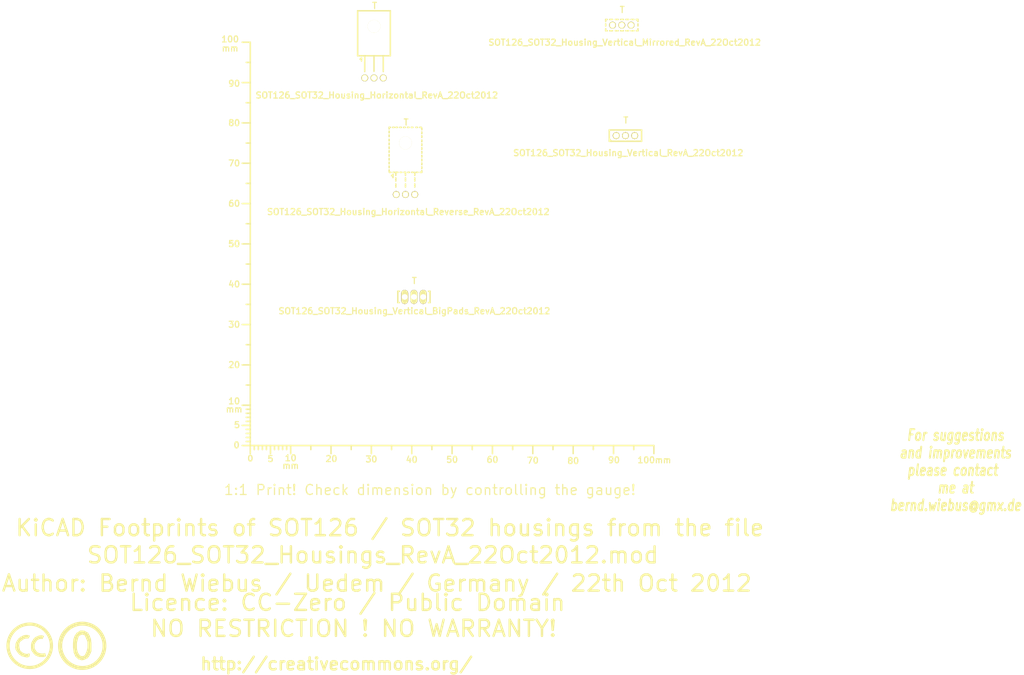
<source format=kicad_pcb>
(kicad_pcb (version 3) (host pcbnew "(2013-03-30 BZR 4007)-stable")

  (general
    (links 0)
    (no_connects 0)
    (area -18.90696 -26.19887 274.02378 181.34965)
    (thickness 1.6002)
    (drawings 7)
    (tracks 0)
    (zones 0)
    (modules 8)
    (nets 1)
  )

  (page A4)
  (layers
    (15 Vorderseite signal)
    (0 Rückseite signal)
    (16 B.Adhes user)
    (17 F.Adhes user)
    (18 B.Paste user)
    (19 F.Paste user)
    (20 B.SilkS user)
    (21 F.SilkS user)
    (22 B.Mask user)
    (23 F.Mask user)
    (24 Dwgs.User user)
    (25 Cmts.User user)
    (26 Eco1.User user)
    (27 Eco2.User user)
    (28 Edge.Cuts user)
  )

  (setup
    (last_trace_width 0.2032)
    (trace_clearance 0.254)
    (zone_clearance 0.508)
    (zone_45_only no)
    (trace_min 0.2032)
    (segment_width 0.381)
    (edge_width 0.381)
    (via_size 0.889)
    (via_drill 0.635)
    (via_min_size 0.889)
    (via_min_drill 0.508)
    (uvia_size 0.508)
    (uvia_drill 0.127)
    (uvias_allowed no)
    (uvia_min_size 0.508)
    (uvia_min_drill 0.127)
    (pcb_text_width 0.3048)
    (pcb_text_size 1.524 2.032)
    (mod_edge_width 0.381)
    (mod_text_size 1.524 1.524)
    (mod_text_width 0.3048)
    (pad_size 1.524 1.524)
    (pad_drill 0.8128)
    (pad_to_mask_clearance 0.254)
    (aux_axis_origin 0 0)
    (visible_elements 7FFFFFFF)
    (pcbplotparams
      (layerselection 3178497)
      (usegerberextensions true)
      (excludeedgelayer true)
      (linewidth 60)
      (plotframeref false)
      (viasonmask false)
      (mode 1)
      (useauxorigin false)
      (hpglpennumber 1)
      (hpglpenspeed 20)
      (hpglpendiameter 15)
      (hpglpenoverlay 0)
      (psnegative false)
      (psa4output false)
      (plotreference true)
      (plotvalue true)
      (plotothertext true)
      (plotinvisibletext false)
      (padsonsilk false)
      (subtractmaskfromsilk false)
      (outputformat 1)
      (mirror false)
      (drillshape 1)
      (scaleselection 1)
      (outputdirectory ""))
  )

  (net 0 "")

  (net_class Default "Dies ist die voreingestellte Netzklasse."
    (clearance 0.254)
    (trace_width 0.2032)
    (via_dia 0.889)
    (via_drill 0.635)
    (uvia_dia 0.508)
    (uvia_drill 0.127)
    (add_net "")
  )

  (module Gauge_100mm_Type2_SilkScreenTop_RevA_Date22Jun2010 (layer Vorderseite) (tedit 5085D0EE) (tstamp 4D88F07A)
    (at 82.64906 140.3477)
    (descr "Gauge, Massstab, 100mm, SilkScreenTop, Type 2,")
    (tags "Gauge, Massstab, 100mm, SilkScreenTop, Type 2,")
    (path Gauge_100mm_Type2_SilkScreenTop_RevA_Date22Jun2010)
    (fp_text reference MSC (at 4.0005 8.99922) (layer F.SilkS) hide
      (effects (font (size 1.524 1.524) (thickness 0.3048)))
    )
    (fp_text value Gauge_100mm_Type2_SilkScreenTop_RevA_Date22Jun2010 (at 45.9994 8.99922) (layer F.SilkS) hide
      (effects (font (size 1.524 1.524) (thickness 0.3048)))
    )
    (fp_text user mm (at 9.99998 5.00126) (layer F.SilkS)
      (effects (font (size 1.524 1.524) (thickness 0.3048)))
    )
    (fp_text user mm (at -4.0005 -8.99922) (layer F.SilkS)
      (effects (font (size 1.524 1.524) (thickness 0.3048)))
    )
    (fp_text user mm (at -5.00126 -98.5012) (layer F.SilkS)
      (effects (font (size 1.524 1.524) (thickness 0.3048)))
    )
    (fp_text user 10 (at 10.00506 3.0988) (layer F.SilkS)
      (effects (font (size 1.50114 1.50114) (thickness 0.29972)))
    )
    (fp_text user 0 (at 0.00508 3.19786) (layer F.SilkS)
      (effects (font (size 1.39954 1.50114) (thickness 0.29972)))
    )
    (fp_text user 5 (at 5.0038 3.29946) (layer F.SilkS)
      (effects (font (size 1.50114 1.50114) (thickness 0.29972)))
    )
    (fp_text user 20 (at 20.1041 3.29946) (layer F.SilkS)
      (effects (font (size 1.50114 1.50114) (thickness 0.29972)))
    )
    (fp_text user 30 (at 30.00502 3.39852) (layer F.SilkS)
      (effects (font (size 1.50114 1.50114) (thickness 0.29972)))
    )
    (fp_text user 40 (at 40.005 3.50012) (layer F.SilkS)
      (effects (font (size 1.50114 1.50114) (thickness 0.29972)))
    )
    (fp_text user 50 (at 50.00498 3.50012) (layer F.SilkS)
      (effects (font (size 1.50114 1.50114) (thickness 0.29972)))
    )
    (fp_text user 60 (at 60.00496 3.50012) (layer F.SilkS)
      (effects (font (size 1.50114 1.50114) (thickness 0.29972)))
    )
    (fp_text user 70 (at 70.00494 3.70078) (layer F.SilkS)
      (effects (font (size 1.50114 1.50114) (thickness 0.29972)))
    )
    (fp_text user 80 (at 80.00492 3.79984) (layer F.SilkS)
      (effects (font (size 1.50114 1.50114) (thickness 0.29972)))
    )
    (fp_text user 90 (at 90.1065 3.60172) (layer F.SilkS)
      (effects (font (size 1.50114 1.50114) (thickness 0.29972)))
    )
    (fp_text user 100mm (at 100.10648 3.60172) (layer F.SilkS)
      (effects (font (size 1.50114 1.50114) (thickness 0.29972)))
    )
    (fp_line (start 0 -8.99922) (end -1.00076 -8.99922) (layer F.SilkS) (width 0.381))
    (fp_line (start 0 -8.001) (end -1.00076 -8.001) (layer F.SilkS) (width 0.381))
    (fp_line (start 0 -7.00024) (end -1.00076 -7.00024) (layer F.SilkS) (width 0.381))
    (fp_line (start 0 -5.99948) (end -1.00076 -5.99948) (layer F.SilkS) (width 0.381))
    (fp_line (start 0 -4.0005) (end -1.00076 -4.0005) (layer F.SilkS) (width 0.381))
    (fp_line (start 0 -2.99974) (end -1.00076 -2.99974) (layer F.SilkS) (width 0.381))
    (fp_line (start 0 -1.99898) (end -1.00076 -1.99898) (layer F.SilkS) (width 0.381))
    (fp_line (start 0 -1.00076) (end -1.00076 -1.00076) (layer F.SilkS) (width 0.381))
    (fp_line (start 0 0) (end -1.99898 0) (layer F.SilkS) (width 0.381))
    (fp_line (start 0 -5.00126) (end -1.99898 -5.00126) (layer F.SilkS) (width 0.381))
    (fp_line (start 0 -9.99998) (end -1.99898 -9.99998) (layer F.SilkS) (width 0.381))
    (fp_line (start 0 -15.00124) (end -1.00076 -15.00124) (layer F.SilkS) (width 0.381))
    (fp_line (start 0 -19.99996) (end -1.99898 -19.99996) (layer F.SilkS) (width 0.381))
    (fp_line (start 0 -25.00122) (end -1.00076 -25.00122) (layer F.SilkS) (width 0.381))
    (fp_line (start 0 -29.99994) (end -1.99898 -29.99994) (layer F.SilkS) (width 0.381))
    (fp_line (start 0 -35.0012) (end -1.00076 -35.0012) (layer F.SilkS) (width 0.381))
    (fp_line (start 0 -39.99992) (end -1.99898 -39.99992) (layer F.SilkS) (width 0.381))
    (fp_line (start 0 -45.00118) (end -1.00076 -45.00118) (layer F.SilkS) (width 0.381))
    (fp_line (start 0 -49.9999) (end -1.99898 -49.9999) (layer F.SilkS) (width 0.381))
    (fp_line (start 0 -55.00116) (end -1.00076 -55.00116) (layer F.SilkS) (width 0.381))
    (fp_line (start 0 -59.99988) (end -1.99898 -59.99988) (layer F.SilkS) (width 0.381))
    (fp_line (start 0 -65.00114) (end -1.00076 -65.00114) (layer F.SilkS) (width 0.381))
    (fp_line (start 0 -69.99986) (end -1.99898 -69.99986) (layer F.SilkS) (width 0.381))
    (fp_line (start 0 -75.00112) (end -1.00076 -75.00112) (layer F.SilkS) (width 0.381))
    (fp_line (start 0 -79.99984) (end -1.99898 -79.99984) (layer F.SilkS) (width 0.381))
    (fp_line (start 0 -85.0011) (end -1.00076 -85.0011) (layer F.SilkS) (width 0.381))
    (fp_line (start 0 -89.99982) (end -1.99898 -89.99982) (layer F.SilkS) (width 0.381))
    (fp_line (start 0 -95.00108) (end -1.00076 -95.00108) (layer F.SilkS) (width 0.381))
    (fp_line (start 0 0) (end 0 -99.9998) (layer F.SilkS) (width 0.381))
    (fp_line (start 0 -99.9998) (end -1.99898 -99.9998) (layer F.SilkS) (width 0.381))
    (fp_text user 100 (at -4.99872 -100.7491) (layer F.SilkS)
      (effects (font (size 1.50114 1.50114) (thickness 0.29972)))
    )
    (fp_text user 90 (at -4.0005 -89.7509) (layer F.SilkS)
      (effects (font (size 1.50114 1.50114) (thickness 0.29972)))
    )
    (fp_text user 80 (at -4.0005 -79.99984) (layer F.SilkS)
      (effects (font (size 1.50114 1.50114) (thickness 0.29972)))
    )
    (fp_text user 70 (at -4.0005 -69.99986) (layer F.SilkS)
      (effects (font (size 1.50114 1.50114) (thickness 0.29972)))
    )
    (fp_text user 60 (at -4.0005 -59.99988) (layer F.SilkS)
      (effects (font (size 1.50114 1.50114) (thickness 0.29972)))
    )
    (fp_text user 50 (at -4.0005 -49.9999) (layer F.SilkS)
      (effects (font (size 1.50114 1.50114) (thickness 0.34036)))
    )
    (fp_text user 40 (at -4.0005 -39.99992) (layer F.SilkS)
      (effects (font (size 1.50114 1.50114) (thickness 0.29972)))
    )
    (fp_text user 30 (at -4.0005 -29.99994) (layer F.SilkS)
      (effects (font (size 1.50114 1.50114) (thickness 0.29972)))
    )
    (fp_text user 20 (at -4.0005 -19.99996) (layer F.SilkS)
      (effects (font (size 1.50114 1.50114) (thickness 0.29972)))
    )
    (fp_line (start 95.00108 0) (end 95.00108 1.00076) (layer F.SilkS) (width 0.381))
    (fp_line (start 89.99982 0) (end 89.99982 1.99898) (layer F.SilkS) (width 0.381))
    (fp_line (start 85.0011 0) (end 85.0011 1.00076) (layer F.SilkS) (width 0.381))
    (fp_line (start 79.99984 0) (end 79.99984 1.99898) (layer F.SilkS) (width 0.381))
    (fp_line (start 75.00112 0) (end 75.00112 1.00076) (layer F.SilkS) (width 0.381))
    (fp_line (start 69.99986 0) (end 69.99986 1.99898) (layer F.SilkS) (width 0.381))
    (fp_line (start 65.00114 0) (end 65.00114 1.00076) (layer F.SilkS) (width 0.381))
    (fp_line (start 59.99988 0) (end 59.99988 1.99898) (layer F.SilkS) (width 0.381))
    (fp_line (start 55.00116 0) (end 55.00116 1.00076) (layer F.SilkS) (width 0.381))
    (fp_line (start 49.9999 0) (end 49.9999 1.99898) (layer F.SilkS) (width 0.381))
    (fp_line (start 45.00118 0) (end 45.00118 1.00076) (layer F.SilkS) (width 0.381))
    (fp_line (start 39.99992 0) (end 39.99992 1.99898) (layer F.SilkS) (width 0.381))
    (fp_line (start 35.0012 0) (end 35.0012 1.00076) (layer F.SilkS) (width 0.381))
    (fp_line (start 29.99994 0) (end 29.99994 1.99898) (layer F.SilkS) (width 0.381))
    (fp_line (start 25.00122 0) (end 25.00122 1.00076) (layer F.SilkS) (width 0.381))
    (fp_line (start 19.99996 0) (end 19.99996 1.99898) (layer F.SilkS) (width 0.381))
    (fp_line (start 15.00124 0) (end 15.00124 1.00076) (layer F.SilkS) (width 0.381))
    (fp_line (start 9.99998 0) (end 99.9998 0) (layer F.SilkS) (width 0.381))
    (fp_line (start 99.9998 0) (end 99.9998 1.99898) (layer F.SilkS) (width 0.381))
    (fp_text user 5 (at -3.302 -5.10286) (layer F.SilkS)
      (effects (font (size 1.50114 1.50114) (thickness 0.29972)))
    )
    (fp_text user 0 (at -3.4036 -0.10414) (layer F.SilkS)
      (effects (font (size 1.50114 1.50114) (thickness 0.29972)))
    )
    (fp_text user 10 (at -4.0005 -11.00074) (layer F.SilkS)
      (effects (font (size 1.50114 1.50114) (thickness 0.29972)))
    )
    (fp_line (start 8.99922 0) (end 8.99922 1.00076) (layer F.SilkS) (width 0.381))
    (fp_line (start 8.001 0) (end 8.001 1.00076) (layer F.SilkS) (width 0.381))
    (fp_line (start 7.00024 0) (end 7.00024 1.00076) (layer F.SilkS) (width 0.381))
    (fp_line (start 5.99948 0) (end 5.99948 1.00076) (layer F.SilkS) (width 0.381))
    (fp_line (start 4.0005 0) (end 4.0005 1.00076) (layer F.SilkS) (width 0.381))
    (fp_line (start 2.99974 0) (end 2.99974 1.00076) (layer F.SilkS) (width 0.381))
    (fp_line (start 1.99898 0) (end 1.99898 1.00076) (layer F.SilkS) (width 0.381))
    (fp_line (start 1.00076 0) (end 1.00076 1.00076) (layer F.SilkS) (width 0.381))
    (fp_line (start 5.00126 0) (end 5.00126 1.99898) (layer F.SilkS) (width 0.381))
    (fp_line (start 0 0) (end 0 1.99898) (layer F.SilkS) (width 0.381))
    (fp_line (start 0 0) (end 9.99998 0) (layer F.SilkS) (width 0.381))
    (fp_line (start 9.99998 0) (end 9.99998 1.99898) (layer F.SilkS) (width 0.381))
  )

  (module SOT126_SOT32_Housing_Horizontal_RevA_22Oct2012 (layer Vorderseite) (tedit 5085CC11) (tstamp 5085CB5C)
    (at 113.29924 49.19726)
    (descr "SOT126, SOT32, Housing, Horizontal,")
    (tags "SOT126, SOT32, Housing, Horizontal,")
    (path SOT126_SOT32_Housing_Vertical_BigPads_RevA_22Oct2012)
    (fp_text reference T (at 0.14986 -17.89938) (layer F.SilkS)
      (effects (font (size 1.524 1.524) (thickness 0.3048)))
    )
    (fp_text value SOT126_SOT32_Housing_Horizontal_RevA_22Oct2012 (at 0.70104 4.30022) (layer F.SilkS)
      (effects (font (size 1.524 1.524) (thickness 0.3048)))
    )
    (fp_line (start -3.44932 -4.65074) (end -3.0988 -4.95046) (layer F.SilkS) (width 0.381))
    (fp_line (start -3.0988 -4.95046) (end -3.0988 -4.20116) (layer F.SilkS) (width 0.381))
    (fp_line (start -2.30124 -5.4991) (end -2.30124 -1.6002) (layer F.SilkS) (width 0.381))
    (fp_line (start 2.30124 -5.4991) (end 2.30124 -1.6002) (layer F.SilkS) (width 0.381))
    (fp_line (start 0 -5.4991) (end 0 -1.651) (layer F.SilkS) (width 0.381))
    (fp_line (start 4.04876 -5.4991) (end 4.04876 -16.6497) (layer F.SilkS) (width 0.381))
    (fp_line (start 4.04876 -16.6497) (end -4.04876 -16.6497) (layer F.SilkS) (width 0.381))
    (fp_line (start -4.04876 -16.6497) (end -4.04876 -5.4991) (layer F.SilkS) (width 0.381))
    (fp_line (start 4.04876 -5.4991) (end -4.04876 -5.4991) (layer F.SilkS) (width 0.381))
    (pad 2 thru_hole circle (at 0 0) (size 1.69926 1.69926) (drill 1.19888)
      (layers *.Cu *.Mask F.SilkS)
    )
    (pad 1 thru_hole circle (at -2.29108 0) (size 1.69926 1.69926) (drill 1.19888)
      (layers *.Cu *.Mask F.SilkS)
    )
    (pad 3 thru_hole circle (at 2.29108 0) (size 1.69926 1.69926) (drill 1.19888)
      (layers *.Cu *.Mask F.SilkS)
    )
    (pad "" np_thru_hole circle (at 0 -12.79906) (size 3.2004 3.2004) (drill 3.2004)
      (layers *.Cu *.Mask F.SilkS)
    )
    (model SOT126_SOT32_Housings_Wings3D_RevA_22Oct2012/SO126-SOT32_Horizontal_Housing_Faktor03937_15Oct2012.wrl
      (at (xyz 0 0 0))
      (scale (xyz 0.3937 0.3937 0.3937))
      (rotate (xyz 0 0 0))
    )
  )

  (module SOT126_SOT32_Housing_Horizontal_Reverse_RevA_22Oct2012 (layer Vorderseite) (tedit 5085CC04) (tstamp 5085CB64)
    (at 121.09958 78.09738)
    (descr "SOT126, SOT32, Housing, Horizontal, Reverse,")
    (tags "SOT126, SOT32, Housing, Horizontal, Reverse,")
    (path SOT126_SOT32_Housing_Vertical_BigPads_RevA_22Oct2012)
    (fp_text reference T (at 0.14986 -17.89938) (layer F.SilkS)
      (effects (font (size 1.524 1.524) (thickness 0.3048)))
    )
    (fp_text value SOT126_SOT32_Housing_Horizontal_Reverse_RevA_22Oct2012 (at 0.70104 4.30022) (layer F.SilkS)
      (effects (font (size 1.524 1.524) (thickness 0.3048)))
    )
    (fp_line (start -2.39776 -5.4991) (end -2.39776 -4.7498) (layer F.SilkS) (width 0.381))
    (fp_line (start -2.39776 -4.09956) (end -2.39776 -3.35026) (layer F.SilkS) (width 0.381))
    (fp_line (start -2.39776 -2.59842) (end -2.39776 -1.84912) (layer F.SilkS) (width 0.381))
    (fp_line (start 2.30124 -5.4991) (end 2.30124 -4.7498) (layer F.SilkS) (width 0.381))
    (fp_line (start 2.30124 -4.09956) (end 2.30124 -3.35026) (layer F.SilkS) (width 0.381))
    (fp_line (start 2.30124 -2.59842) (end 2.30124 -1.84912) (layer F.SilkS) (width 0.381))
    (fp_line (start 0 -2.59842) (end 0 -1.84912) (layer F.SilkS) (width 0.381))
    (fp_line (start 0 -4.09956) (end 0 -3.35026) (layer F.SilkS) (width 0.381))
    (fp_line (start 0 -5.4991) (end 0 -4.7498) (layer F.SilkS) (width 0.381))
    (fp_line (start -4.0513 -5.69976) (end -4.0513 -6.10108) (layer F.SilkS) (width 0.381))
    (fp_line (start -4.0513 -6.64972) (end -4.0513 -7.05104) (layer F.SilkS) (width 0.381))
    (fp_line (start -4.0513 -7.59968) (end -4.0513 -8.001) (layer F.SilkS) (width 0.381))
    (fp_line (start -4.0513 -9.4996) (end -4.0513 -9.90092) (layer F.SilkS) (width 0.381))
    (fp_line (start -4.0513 -8.54964) (end -4.0513 -8.95096) (layer F.SilkS) (width 0.381))
    (fp_line (start -4.0513 -12.34948) (end -4.0513 -12.7508) (layer F.SilkS) (width 0.381))
    (fp_line (start -4.0513 -13.29944) (end -4.0513 -13.70076) (layer F.SilkS) (width 0.381))
    (fp_line (start -4.0513 -11.39952) (end -4.0513 -11.80084) (layer F.SilkS) (width 0.381))
    (fp_line (start -4.0513 -10.44956) (end -4.0513 -10.85088) (layer F.SilkS) (width 0.381))
    (fp_line (start -4.0513 -14.34846) (end -4.0513 -14.74978) (layer F.SilkS) (width 0.381))
    (fp_line (start -4.0513 -15.29842) (end -4.0513 -15.69974) (layer F.SilkS) (width 0.381))
    (fp_line (start -4.0513 -16.24838) (end -4.0513 -16.6497) (layer F.SilkS) (width 0.381))
    (fp_line (start 3.60172 -16.64716) (end 3.55092 -16.64716) (layer F.SilkS) (width 0.381))
    (fp_line (start 3.9497 -16.64716) (end 3.60172 -16.64716) (layer F.SilkS) (width 0.381))
    (fp_line (start 2.99974 -16.64716) (end 2.65176 -16.64716) (layer F.SilkS) (width 0.381))
    (fp_line (start 2.65176 -16.64716) (end 2.60096 -16.64716) (layer F.SilkS) (width 0.381))
    (fp_line (start 1.50114 -16.64716) (end 1.45034 -16.64716) (layer F.SilkS) (width 0.381))
    (fp_line (start 1.84912 -16.64716) (end 1.50114 -16.64716) (layer F.SilkS) (width 0.381))
    (fp_line (start 0.89916 -16.64716) (end 0.55118 -16.64716) (layer F.SilkS) (width 0.381))
    (fp_line (start 0.55118 -16.64716) (end 0.50038 -16.64716) (layer F.SilkS) (width 0.381))
    (fp_line (start -0.39878 -16.64716) (end -0.44958 -16.64716) (layer F.SilkS) (width 0.381))
    (fp_line (start -0.0508 -16.64716) (end -0.39878 -16.64716) (layer F.SilkS) (width 0.381))
    (fp_line (start -1.34874 -16.64716) (end -1.39954 -16.64716) (layer F.SilkS) (width 0.381))
    (fp_line (start -1.00076 -16.64716) (end -1.34874 -16.64716) (layer F.SilkS) (width 0.381))
    (fp_line (start -1.95072 -16.64716) (end -2.2987 -16.64716) (layer F.SilkS) (width 0.381))
    (fp_line (start -2.2987 -16.64716) (end -2.3495 -16.64716) (layer F.SilkS) (width 0.381))
    (fp_line (start -2.75082 -16.64716) (end -3.0988 -16.64716) (layer F.SilkS) (width 0.381))
    (fp_line (start -3.0988 -16.64716) (end -3.1496 -16.64716) (layer F.SilkS) (width 0.381))
    (fp_line (start -3.70078 -16.64716) (end -4.04876 -16.64716) (layer F.SilkS) (width 0.381))
    (fp_line (start 4.04876 -16.04772) (end 4.04876 -16.44904) (layer F.SilkS) (width 0.381))
    (fp_line (start 4.04876 -15.09776) (end 4.04876 -15.49908) (layer F.SilkS) (width 0.381))
    (fp_line (start 4.04876 -14.1478) (end 4.04876 -14.54912) (layer F.SilkS) (width 0.381))
    (fp_line (start 4.04876 -10.2489) (end 4.04876 -10.65022) (layer F.SilkS) (width 0.381))
    (fp_line (start 4.04876 -11.19886) (end 4.04876 -11.60018) (layer F.SilkS) (width 0.381))
    (fp_line (start 4.04876 -13.09878) (end 4.04876 -13.5001) (layer F.SilkS) (width 0.381))
    (fp_line (start 4.04876 -12.14882) (end 4.04876 -12.55014) (layer F.SilkS) (width 0.381))
    (fp_line (start 4.04876 -8.34898) (end 4.04876 -8.7503) (layer F.SilkS) (width 0.381))
    (fp_line (start 4.04876 -9.29894) (end 4.04876 -9.70026) (layer F.SilkS) (width 0.381))
    (fp_line (start 4.04876 -7.39902) (end 4.04876 -7.80034) (layer F.SilkS) (width 0.381))
    (fp_line (start 4.04876 -6.44906) (end 4.04876 -6.85038) (layer F.SilkS) (width 0.381))
    (fp_line (start 4.04876 -5.4991) (end 4.04876 -5.90042) (layer F.SilkS) (width 0.381))
    (fp_line (start -3.9497 -5.4991) (end -4.0005 -5.4991) (layer F.SilkS) (width 0.381))
    (fp_line (start -3.60172 -5.4991) (end -3.9497 -5.4991) (layer F.SilkS) (width 0.381))
    (fp_line (start -2.99974 -5.4991) (end -3.05054 -5.4991) (layer F.SilkS) (width 0.381))
    (fp_line (start -2.65176 -5.4991) (end -2.99974 -5.4991) (layer F.SilkS) (width 0.381))
    (fp_line (start -2.19964 -5.4991) (end -2.25044 -5.4991) (layer F.SilkS) (width 0.381))
    (fp_line (start -1.85166 -5.4991) (end -2.19964 -5.4991) (layer F.SilkS) (width 0.381))
    (fp_line (start -0.9017 -5.4991) (end -1.24968 -5.4991) (layer F.SilkS) (width 0.381))
    (fp_line (start -1.24968 -5.4991) (end -1.30048 -5.4991) (layer F.SilkS) (width 0.381))
    (fp_line (start 0.04826 -5.4991) (end -0.29972 -5.4991) (layer F.SilkS) (width 0.381))
    (fp_line (start -0.29972 -5.4991) (end -0.35052 -5.4991) (layer F.SilkS) (width 0.381))
    (fp_line (start 0.65024 -5.4991) (end 0.59944 -5.4991) (layer F.SilkS) (width 0.381))
    (fp_line (start 0.99822 -5.4991) (end 0.65024 -5.4991) (layer F.SilkS) (width 0.381))
    (fp_line (start 1.94818 -5.4991) (end 1.6002 -5.4991) (layer F.SilkS) (width 0.381))
    (fp_line (start 1.6002 -5.4991) (end 1.5494 -5.4991) (layer F.SilkS) (width 0.381))
    (fp_line (start 2.75082 -5.4991) (end 2.70002 -5.4991) (layer F.SilkS) (width 0.381))
    (fp_line (start 3.0988 -5.4991) (end 2.75082 -5.4991) (layer F.SilkS) (width 0.381))
    (fp_line (start 4.04876 -5.4991) (end 3.70078 -5.4991) (layer F.SilkS) (width 0.381))
    (fp_line (start 3.70078 -5.4991) (end 3.64998 -5.4991) (layer F.SilkS) (width 0.381))
    (fp_line (start -3.44932 -4.65074) (end -3.0988 -4.95046) (layer F.SilkS) (width 0.381))
    (fp_line (start -3.0988 -4.95046) (end -3.0988 -4.20116) (layer F.SilkS) (width 0.381))
    (pad 2 thru_hole circle (at 0 0) (size 1.69926 1.69926) (drill 1.19888)
      (layers *.Cu *.Mask F.SilkS)
    )
    (pad 1 thru_hole circle (at -2.29108 0) (size 1.69926 1.69926) (drill 1.19888)
      (layers *.Cu *.Mask F.SilkS)
    )
    (pad 3 thru_hole circle (at 2.29108 0) (size 1.69926 1.69926) (drill 1.19888)
      (layers *.Cu *.Mask F.SilkS)
    )
    (pad "" np_thru_hole circle (at 0 -12.79906) (size 3.2004 3.2004) (drill 3.2004)
      (layers *.Cu *.Mask F.SilkS)
    )
    (model SOT126_SOT32_Housings_Wings3D_RevA_22Oct2012/SO126-SOT32_Horizontal_Housing_Reverse_Faktor03937_15Oct2012.wrl
      (at (xyz 0 0 0))
      (scale (xyz 0.3937 0.3937 0.3937))
      (rotate (xyz 0 0 0))
    )
  )

  (module SOT126_SOT32_Housing_Vertical_BigPads_RevA_22Oct2012 (layer Vorderseite) (tedit 5085CBF7) (tstamp 5085CB74)
    (at 123.19762 103.49738)
    (descr "SOT126, SOT32, Housing, Vertical, Big Pads,")
    (tags "SOT126, SOT32, Housing, Vertical, Big Pads,")
    (path SOT126_SOT32_Housing_Vertical_BigPads_RevA_22Oct2012)
    (fp_text reference T (at 0.09906 -4.0005) (layer F.SilkS)
      (effects (font (size 1.524 1.524) (thickness 0.3048)))
    )
    (fp_text value SOT126_SOT32_Housing_Vertical_BigPads_RevA_22Oct2012 (at 0.09906 3.50012) (layer F.SilkS)
      (effects (font (size 1.524 1.524) (thickness 0.3048)))
    )
    (fp_line (start -4.0005 -1.39954) (end -3.59918 -1.39954) (layer F.SilkS) (width 0.381))
    (fp_line (start -4.0005 -1.39954) (end -4.0005 1.39954) (layer F.SilkS) (width 0.381))
    (fp_line (start -4.0005 1.39954) (end -3.59918 1.39954) (layer F.SilkS) (width 0.381))
    (fp_line (start 4.0005 -1.39954) (end 3.59918 -1.39954) (layer F.SilkS) (width 0.381))
    (fp_line (start 4.0005 -1.39954) (end 4.0005 1.39954) (layer F.SilkS) (width 0.381))
    (fp_line (start 4.0005 1.39954) (end 3.59918 1.39954) (layer F.SilkS) (width 0.381))
    (pad 2 thru_hole oval (at 0 0) (size 1.69926 3.50012) (drill 1.39954)
      (layers *.Cu *.Mask F.SilkS)
    )
    (pad 1 thru_hole oval (at -2.29108 0) (size 1.69926 3.50012) (drill 1.39954)
      (layers *.Cu *.Mask F.SilkS)
    )
    (pad 3 thru_hole oval (at 2.29108 0) (size 1.69926 3.50012) (drill 1.39954)
      (layers *.Cu *.Mask F.SilkS)
    )
    (model SOT126_SOT32_Housings_Wings3D_RevA_22Oct2012/SO126-SOT32_Vertical_Housing_Faktor03937_15Oct2012.wrl
      (at (xyz 0 0 0))
      (scale (xyz 0.3937 0.3937 0.3937))
      (rotate (xyz 0 0 0))
    )
  )

  (module SOT126_SOT32_Housing_Vertical_Mirrored_RevA_22Oct2012 (layer Vorderseite) (tedit 5085CBA3) (tstamp 5085CB7D)
    (at 174.69866 36.09848)
    (descr "SOT126, SOT32, Housing, Vertical, Mirrored,")
    (tags "SOT126, SOT32, Housing, Vertical, Mirrored,")
    (path SOT126_SOT32_Housing_Vertical_BigPads_RevA_22Oct2012)
    (fp_text reference T (at 0.09906 -3.79984) (layer F.SilkS)
      (effects (font (size 1.524 1.524) (thickness 0.3048)))
    )
    (fp_text value SOT126_SOT32_Housing_Vertical_Mirrored_RevA_22Oct2012 (at 0.70104 4.30022) (layer F.SilkS)
      (effects (font (size 1.524 1.524) (thickness 0.3048)))
    )
    (fp_line (start 3.59918 -1.39954) (end 4.0005 -1.00076) (layer F.SilkS) (width 0.381))
    (fp_line (start -3.99796 -1.39954) (end -3.99796 -0.89916) (layer F.SilkS) (width 0.381))
    (fp_line (start -3.99796 1.39954) (end -3.99796 0.89916) (layer F.SilkS) (width 0.381))
    (fp_line (start -3.99796 -0.29972) (end -3.99796 0.20066) (layer F.SilkS) (width 0.381))
    (fp_line (start 4.0005 -0.29972) (end 4.0005 0.20066) (layer F.SilkS) (width 0.381))
    (fp_line (start 4.0005 1.39954) (end 4.0005 0.89916) (layer F.SilkS) (width 0.381))
    (fp_line (start 4.0005 -1.39954) (end 4.0005 -0.89916) (layer F.SilkS) (width 0.381))
    (fp_line (start -2.99974 1.39954) (end -2.30124 1.39954) (layer F.SilkS) (width 0.381))
    (fp_line (start 2.99974 1.39954) (end 2.30124 1.39954) (layer F.SilkS) (width 0.381))
    (fp_line (start 1.7018 1.39954) (end 1.0033 1.39954) (layer F.SilkS) (width 0.381))
    (fp_line (start 0.40132 1.39954) (end -0.29718 1.39954) (layer F.SilkS) (width 0.381))
    (fp_line (start -0.89916 1.39954) (end -1.59766 1.39954) (layer F.SilkS) (width 0.381))
    (fp_line (start -0.89916 -1.39954) (end -1.59766 -1.39954) (layer F.SilkS) (width 0.381))
    (fp_line (start 0.40132 -1.39954) (end -0.29718 -1.39954) (layer F.SilkS) (width 0.381))
    (fp_line (start 1.7018 -1.39954) (end 1.0033 -1.39954) (layer F.SilkS) (width 0.381))
    (fp_line (start 2.99974 -1.39954) (end 2.30124 -1.39954) (layer F.SilkS) (width 0.381))
    (fp_line (start -2.99974 -1.39954) (end -2.30124 -1.39954) (layer F.SilkS) (width 0.381))
    (fp_line (start -4.0005 -1.39954) (end -3.59918 -1.39954) (layer F.SilkS) (width 0.381))
    (fp_line (start -4.0005 1.39954) (end -3.59918 1.39954) (layer F.SilkS) (width 0.381))
    (fp_line (start 4.0005 -1.39954) (end 3.59918 -1.39954) (layer F.SilkS) (width 0.381))
    (fp_line (start 4.0005 1.39954) (end 3.59918 1.39954) (layer F.SilkS) (width 0.381))
    (pad 2 thru_hole circle (at 0 0) (size 1.69926 1.69926) (drill 1.19888)
      (layers *.Cu *.Mask F.SilkS)
    )
    (pad 3 thru_hole circle (at -2.29108 0) (size 1.69926 1.69926) (drill 1.19888)
      (layers *.Cu *.Mask F.SilkS)
    )
    (pad 1 thru_hole circle (at 2.29108 0) (size 1.69926 1.69926) (drill 1.19888)
      (layers *.Cu *.Mask F.SilkS)
    )
    (model SOT126_SOT32_Housings_Wings3D_RevA_22Oct2012/SO126-SOT32_Vertical_Housing_Mirrored_Faktor03937_15Oct2012.wrl
      (at (xyz 0 0 0))
      (scale (xyz 0.3937 0.3937 0.3937))
      (rotate (xyz 0 0 0))
    )
  )

  (module SOT126_SOT32_Housing_Vertical_RevA_22Oct2012 (layer Vorderseite) (tedit 5085CBE2) (tstamp 5085CB85)
    (at 175.59782 63.49746)
    (descr "SOT126, SOT32, Housing, Vertical,")
    (tags "SOT126, SOT32, Housing, Vertical,")
    (path SOT126_SOT32_Housing_Vertical_BigPads_RevA_22Oct2012)
    (fp_text reference T (at 0.09906 -3.79984) (layer F.SilkS)
      (effects (font (size 1.524 1.524) (thickness 0.3048)))
    )
    (fp_text value SOT126_SOT32_Housing_Vertical_RevA_22Oct2012 (at 0.70104 4.30022) (layer F.SilkS)
      (effects (font (size 1.524 1.524) (thickness 0.3048)))
    )
    (fp_line (start -4.0005 0.8001) (end -3.50012 1.39954) (layer F.SilkS) (width 0.381))
    (fp_line (start -4.0005 1.39954) (end 4.0005 1.39954) (layer F.SilkS) (width 0.381))
    (fp_line (start -4.0005 -1.39954) (end 4.0005 -1.39954) (layer F.SilkS) (width 0.381))
    (fp_line (start -4.0005 -1.39954) (end -4.0005 1.39954) (layer F.SilkS) (width 0.381))
    (fp_line (start 4.0005 -1.39954) (end 4.0005 1.39954) (layer F.SilkS) (width 0.381))
    (pad 2 thru_hole circle (at 0 0) (size 1.69926 1.69926) (drill 1.19888)
      (layers *.Cu *.Mask F.SilkS)
    )
    (pad 1 thru_hole circle (at -2.29108 0) (size 1.69926 1.69926) (drill 1.19888)
      (layers *.Cu *.Mask F.SilkS)
    )
    (pad 3 thru_hole circle (at 2.29108 0) (size 1.69926 1.69926) (drill 1.19888)
      (layers *.Cu *.Mask F.SilkS)
    )
    (model SOT126_SOT32_Housings_Wings3D_RevA_22Oct2012/SO126-SOT32_Vertical_Housing_Faktor03937_15Oct2012.wrl
      (at (xyz 0 0 0))
      (scale (xyz 0.3937 0.3937 0.3937))
      (rotate (xyz 0 0 0))
    )
  )

  (module Symbol_CC-PublicDomain_SilkScreenTop_Big (layer Vorderseite) (tedit 515D641F) (tstamp 515F0B64)
    (at 41 190)
    (descr "Symbol, CC-PublicDomain, SilkScreen Top, Big,")
    (tags "Symbol, CC-PublicDomain, SilkScreen Top, Big,")
    (path Symbol_CC-Noncommercial_CopperTop_Big)
    (fp_text reference Sym (at 0.59944 -7.29996) (layer F.SilkS) hide
      (effects (font (size 1.524 1.524) (thickness 0.3048)))
    )
    (fp_text value Symbol_CC-PublicDomain_SilkScreenTop_Big (at 0.59944 8.001) (layer F.SilkS) hide
      (effects (font (size 1.524 1.524) (thickness 0.3048)))
    )
    (fp_circle (center 0 0) (end 5.8 -0.05) (layer F.SilkS) (width 0.381))
    (fp_circle (center 0 0) (end 5.5 0) (layer F.SilkS) (width 0.381))
    (fp_circle (center 0.05 0) (end 5.25 0) (layer F.SilkS) (width 0.381))
    (fp_line (start 1.1 -2.5) (end 1.4 -1.9) (layer F.SilkS) (width 0.381))
    (fp_line (start -1.8 1.2) (end -1.6 1.9) (layer F.SilkS) (width 0.381))
    (fp_line (start -1.6 1.9) (end -1.2 2.5) (layer F.SilkS) (width 0.381))
    (fp_line (start 0 -3) (end 0.75 -2.75) (layer F.SilkS) (width 0.381))
    (fp_line (start 0.75 -2.75) (end 1 -2.25) (layer F.SilkS) (width 0.381))
    (fp_line (start 1 -2.25) (end 1.5 -1) (layer F.SilkS) (width 0.381))
    (fp_line (start 1.5 -1) (end 1.5 -0.5) (layer F.SilkS) (width 0.381))
    (fp_line (start 1.5 -0.5) (end 1.5 0.5) (layer F.SilkS) (width 0.381))
    (fp_line (start 1.5 0.5) (end 1.25 1.5) (layer F.SilkS) (width 0.381))
    (fp_line (start 1.25 1.5) (end 0.75 2.5) (layer F.SilkS) (width 0.381))
    (fp_line (start 0.75 2.5) (end 0.25 2.75) (layer F.SilkS) (width 0.381))
    (fp_line (start 0.25 2.75) (end -0.25 2.75) (layer F.SilkS) (width 0.381))
    (fp_line (start -0.25 2.75) (end -0.75 2.5) (layer F.SilkS) (width 0.381))
    (fp_line (start -0.75 2.5) (end -1.25 1.75) (layer F.SilkS) (width 0.381))
    (fp_line (start -1.25 1.75) (end -1.5 0.75) (layer F.SilkS) (width 0.381))
    (fp_line (start -1.5 0.75) (end -1.5 -0.75) (layer F.SilkS) (width 0.381))
    (fp_line (start -1.5 -0.75) (end -1.25 -1.75) (layer F.SilkS) (width 0.381))
    (fp_line (start -1.25 -1.75) (end -1 -2.5) (layer F.SilkS) (width 0.381))
    (fp_line (start -1 -2.5) (end -0.3 -2.9) (layer F.SilkS) (width 0.381))
    (fp_line (start -0.3 -2.9) (end 0.2 -3) (layer F.SilkS) (width 0.381))
    (fp_line (start 0.2 -3) (end 0.8 -3) (layer F.SilkS) (width 0.381))
    (fp_line (start 0.8 -3) (end 1.4 -2.3) (layer F.SilkS) (width 0.381))
    (fp_line (start 1.4 -2.3) (end 1.6 -1.4) (layer F.SilkS) (width 0.381))
    (fp_line (start 1.6 -1.4) (end 1.7 -0.3) (layer F.SilkS) (width 0.381))
    (fp_line (start 1.7 -0.3) (end 1.7 0.9) (layer F.SilkS) (width 0.381))
    (fp_line (start 1.7 0.9) (end 1.4 1.8) (layer F.SilkS) (width 0.381))
    (fp_line (start 1.4 1.8) (end 1 2.7) (layer F.SilkS) (width 0.381))
    (fp_line (start 1 2.7) (end 0.5 3) (layer F.SilkS) (width 0.381))
    (fp_line (start 0.5 3) (end -0.4 3) (layer F.SilkS) (width 0.381))
    (fp_line (start -0.4 3) (end -1.3 2.3) (layer F.SilkS) (width 0.381))
    (fp_line (start -1.3 2.3) (end -1.7 1) (layer F.SilkS) (width 0.381))
    (fp_line (start -1.7 1) (end -1.8 -0.7) (layer F.SilkS) (width 0.381))
    (fp_line (start -1.8 -0.7) (end -1.4 -2.2) (layer F.SilkS) (width 0.381))
    (fp_line (start -1.4 -2.2) (end -1 -2.9) (layer F.SilkS) (width 0.381))
    (fp_line (start -1 -2.9) (end -0.2 -3.3) (layer F.SilkS) (width 0.381))
    (fp_line (start -0.2 -3.3) (end 0.7 -3.2) (layer F.SilkS) (width 0.381))
    (fp_line (start 0.7 -3.2) (end 1.3 -3.1) (layer F.SilkS) (width 0.381))
    (fp_line (start 1.3 -3.1) (end 1.7 -2.4) (layer F.SilkS) (width 0.381))
    (fp_line (start 1.7 -2.4) (end 2 -1.6) (layer F.SilkS) (width 0.381))
    (fp_line (start 2 -1.6) (end 2.1 -0.6) (layer F.SilkS) (width 0.381))
    (fp_line (start 2.1 -0.6) (end 2.1 0.3) (layer F.SilkS) (width 0.381))
    (fp_line (start 2.1 0.3) (end 2.1 1.3) (layer F.SilkS) (width 0.381))
    (fp_line (start 2.1 1.3) (end 1.9 1.8) (layer F.SilkS) (width 0.381))
    (fp_line (start 1.9 1.8) (end 1.5 2.6) (layer F.SilkS) (width 0.381))
    (fp_line (start 1.5 2.6) (end 1.1 3) (layer F.SilkS) (width 0.381))
    (fp_line (start 1.1 3) (end 0.4 3.3) (layer F.SilkS) (width 0.381))
    (fp_line (start 0.4 3.3) (end -0.1 3.4) (layer F.SilkS) (width 0.381))
    (fp_line (start -0.1 3.4) (end -0.8 3.2) (layer F.SilkS) (width 0.381))
    (fp_line (start -0.8 3.2) (end -1.5 2.6) (layer F.SilkS) (width 0.381))
    (fp_line (start -1.5 2.6) (end -1.9 1.7) (layer F.SilkS) (width 0.381))
    (fp_line (start -1.9 1.7) (end -2.1 0.4) (layer F.SilkS) (width 0.381))
    (fp_line (start -2.1 0.4) (end -2.1 -0.6) (layer F.SilkS) (width 0.381))
    (fp_line (start -2.1 -0.6) (end -2 -1.6) (layer F.SilkS) (width 0.381))
    (fp_line (start -2 -1.6) (end -1.7 -2.4) (layer F.SilkS) (width 0.381))
    (fp_line (start -1.7 -2.4) (end -1.2 -3.1) (layer F.SilkS) (width 0.381))
    (fp_line (start -1.2 -3.1) (end -0.4 -3.6) (layer F.SilkS) (width 0.381))
    (fp_line (start -0.4 -3.6) (end 0.4 -3.6) (layer F.SilkS) (width 0.381))
    (fp_line (start 0.4 -3.6) (end 1.1 -3.2) (layer F.SilkS) (width 0.381))
    (fp_line (start 1.1 -3.2) (end 1.1 -2.9) (layer F.SilkS) (width 0.381))
    (fp_line (start 1.1 -2.9) (end 1.8 -1.5) (layer F.SilkS) (width 0.381))
    (fp_line (start 1.8 -1.5) (end 1.8 -0.4) (layer F.SilkS) (width 0.381))
    (fp_line (start 1.8 -0.4) (end 1.8 1.1) (layer F.SilkS) (width 0.381))
    (fp_line (start 1.8 1.1) (end 1.2 2.6) (layer F.SilkS) (width 0.381))
    (fp_line (start 1.2 2.6) (end 0.2 3.2) (layer F.SilkS) (width 0.381))
    (fp_line (start 0.2 3.2) (end -0.5 3.2) (layer F.SilkS) (width 0.381))
    (fp_line (start -0.5 3.2) (end -1.1 2.7) (layer F.SilkS) (width 0.381))
    (fp_line (start -1.1 2.7) (end -1.9 0.6) (layer F.SilkS) (width 0.381))
    (fp_line (start -1.9 0.6) (end -1.7 -1.9) (layer F.SilkS) (width 0.381))
  )

  (module Symbol_CreativeCommons_SilkScreenTop_Type2_Big (layer Vorderseite) (tedit 515D640C) (tstamp 515D6AF0)
    (at 28 190)
    (descr "Symbol, Creative Commons, SilkScreen Top, Type 2, Big,")
    (tags "Symbol, Creative Commons, SilkScreen Top, Type 2, Big,")
    (path Symbol_CreativeCommons_CopperTop_Type2_Big)
    (fp_text reference Sym (at 0.59944 -7.29996) (layer F.SilkS) hide
      (effects (font (size 1.524 1.524) (thickness 0.3048)))
    )
    (fp_text value Symbol_CreativeCommons_Typ2_SilkScreenTop_Big (at 0.59944 8.001) (layer F.SilkS) hide
      (effects (font (size 1.524 1.524) (thickness 0.3048)))
    )
    (fp_line (start -0.70104 2.70002) (end -0.29972 2.60096) (layer F.SilkS) (width 0.381))
    (fp_line (start -0.29972 2.60096) (end -0.20066 2.10058) (layer F.SilkS) (width 0.381))
    (fp_line (start -2.49936 -1.69926) (end -2.70002 -1.6002) (layer F.SilkS) (width 0.381))
    (fp_line (start -2.70002 -1.6002) (end -3.0988 -1.00076) (layer F.SilkS) (width 0.381))
    (fp_line (start -3.0988 -1.00076) (end -3.29946 -0.50038) (layer F.SilkS) (width 0.381))
    (fp_line (start -3.29946 -0.50038) (end -3.40106 0.39878) (layer F.SilkS) (width 0.381))
    (fp_line (start -3.40106 0.39878) (end -3.29946 0.89916) (layer F.SilkS) (width 0.381))
    (fp_line (start -0.19812 2.4003) (end -0.29718 2.59842) (layer F.SilkS) (width 0.381))
    (fp_line (start 3.70078 2.10058) (end 3.79984 2.4003) (layer F.SilkS) (width 0.381))
    (fp_line (start 2.99974 -2.4003) (end 3.29946 -2.30124) (layer F.SilkS) (width 0.381))
    (fp_line (start 3.29946 -2.30124) (end 3.0988 -1.99898) (layer F.SilkS) (width 0.381))
    (fp_line (start 0 -5.40004) (end -0.50038 -5.40004) (layer F.SilkS) (width 0.381))
    (fp_line (start -0.50038 -5.40004) (end -1.30048 -5.10032) (layer F.SilkS) (width 0.381))
    (fp_line (start -1.30048 -5.10032) (end -1.99898 -4.89966) (layer F.SilkS) (width 0.381))
    (fp_line (start -1.99898 -4.89966) (end -2.70002 -4.699) (layer F.SilkS) (width 0.381))
    (fp_line (start -2.70002 -4.699) (end -3.29946 -4.20116) (layer F.SilkS) (width 0.381))
    (fp_line (start -3.29946 -4.20116) (end -4.0005 -3.59918) (layer F.SilkS) (width 0.381))
    (fp_line (start -4.0005 -3.59918) (end -4.50088 -2.99974) (layer F.SilkS) (width 0.381))
    (fp_line (start -4.50088 -2.99974) (end -5.00126 -2.10058) (layer F.SilkS) (width 0.381))
    (fp_line (start -5.00126 -2.10058) (end -5.30098 -1.09982) (layer F.SilkS) (width 0.381))
    (fp_line (start -5.30098 -1.09982) (end -5.40004 0.09906) (layer F.SilkS) (width 0.381))
    (fp_line (start -5.40004 0.09906) (end -5.19938 1.30048) (layer F.SilkS) (width 0.381))
    (fp_line (start -5.19938 1.30048) (end -4.8006 2.4003) (layer F.SilkS) (width 0.381))
    (fp_line (start -4.8006 2.4003) (end -3.79984 3.8989) (layer F.SilkS) (width 0.381))
    (fp_line (start -3.79984 3.8989) (end -2.60096 4.8006) (layer F.SilkS) (width 0.381))
    (fp_line (start -2.60096 4.8006) (end -1.30048 5.30098) (layer F.SilkS) (width 0.381))
    (fp_line (start -1.30048 5.30098) (end 0.09906 5.30098) (layer F.SilkS) (width 0.381))
    (fp_line (start 0.09906 5.30098) (end 1.6002 5.19938) (layer F.SilkS) (width 0.381))
    (fp_line (start 1.6002 5.19938) (end 2.60096 4.699) (layer F.SilkS) (width 0.381))
    (fp_line (start 2.60096 4.699) (end 4.20116 3.40106) (layer F.SilkS) (width 0.381))
    (fp_line (start 4.20116 3.40106) (end 5.00126 1.80086) (layer F.SilkS) (width 0.381))
    (fp_line (start 5.00126 1.80086) (end 5.40004 0.29972) (layer F.SilkS) (width 0.381))
    (fp_line (start 5.40004 0.29972) (end 5.19938 -1.39954) (layer F.SilkS) (width 0.381))
    (fp_line (start 5.19938 -1.39954) (end 4.699 -2.49936) (layer F.SilkS) (width 0.381))
    (fp_line (start 4.699 -2.49936) (end 3.40106 -4.09956) (layer F.SilkS) (width 0.381))
    (fp_line (start 3.40106 -4.09956) (end 2.4003 -4.8006) (layer F.SilkS) (width 0.381))
    (fp_line (start 2.4003 -4.8006) (end 1.39954 -5.19938) (layer F.SilkS) (width 0.381))
    (fp_line (start 1.39954 -5.19938) (end 0 -5.30098) (layer F.SilkS) (width 0.381))
    (fp_line (start 0.60198 -0.70104) (end 0.50292 -0.20066) (layer F.SilkS) (width 0.381))
    (fp_line (start 0.50292 -0.20066) (end 0.50292 0.49784) (layer F.SilkS) (width 0.381))
    (fp_line (start 0.50292 0.49784) (end 0.60198 1.09982) (layer F.SilkS) (width 0.381))
    (fp_line (start 0.60198 1.09982) (end 1.00076 1.69926) (layer F.SilkS) (width 0.381))
    (fp_line (start 1.00076 1.69926) (end 1.50114 2.19964) (layer F.SilkS) (width 0.381))
    (fp_line (start 1.50114 2.19964) (end 2.10058 2.49936) (layer F.SilkS) (width 0.381))
    (fp_line (start 2.10058 2.49936) (end 2.60096 2.59842) (layer F.SilkS) (width 0.381))
    (fp_line (start 2.60096 2.59842) (end 3.00228 2.59842) (layer F.SilkS) (width 0.381))
    (fp_line (start 3.00228 2.59842) (end 3.40106 2.59842) (layer F.SilkS) (width 0.381))
    (fp_line (start 3.40106 2.59842) (end 3.80238 2.49936) (layer F.SilkS) (width 0.381))
    (fp_line (start 3.80238 2.49936) (end 3.70078 2.2987) (layer F.SilkS) (width 0.381))
    (fp_line (start 3.70078 2.2987) (end 2.80162 2.4003) (layer F.SilkS) (width 0.381))
    (fp_line (start 2.80162 2.4003) (end 1.80086 2.09804) (layer F.SilkS) (width 0.381))
    (fp_line (start 1.80086 2.09804) (end 1.20142 1.6002) (layer F.SilkS) (width 0.381))
    (fp_line (start 1.20142 1.6002) (end 0.80264 0.6985) (layer F.SilkS) (width 0.381))
    (fp_line (start 0.80264 0.6985) (end 0.70104 -0.29972) (layer F.SilkS) (width 0.381))
    (fp_line (start 0.70104 -0.29972) (end 1.00076 -1.00076) (layer F.SilkS) (width 0.381))
    (fp_line (start 1.00076 -1.00076) (end 1.60274 -1.7018) (layer F.SilkS) (width 0.381))
    (fp_line (start 1.60274 -1.7018) (end 2.30124 -2.10058) (layer F.SilkS) (width 0.381))
    (fp_line (start 2.30124 -2.10058) (end 3.00228 -2.10058) (layer F.SilkS) (width 0.381))
    (fp_line (start 3.00228 -2.10058) (end 3.10134 -1.89992) (layer F.SilkS) (width 0.381))
    (fp_line (start 3.10134 -1.89992) (end 2.5019 -1.89992) (layer F.SilkS) (width 0.381))
    (fp_line (start 2.5019 -1.89992) (end 1.80086 -1.6002) (layer F.SilkS) (width 0.381))
    (fp_line (start 1.80086 -1.6002) (end 1.30048 -1.00076) (layer F.SilkS) (width 0.381))
    (fp_line (start 1.30048 -1.00076) (end 1.00076 -0.40132) (layer F.SilkS) (width 0.381))
    (fp_line (start 1.00076 -0.40132) (end 1.00076 0.09906) (layer F.SilkS) (width 0.381))
    (fp_line (start 1.00076 0.09906) (end 1.00076 0.6985) (layer F.SilkS) (width 0.381))
    (fp_line (start 1.00076 0.6985) (end 1.30048 1.19888) (layer F.SilkS) (width 0.381))
    (fp_line (start 1.30048 1.19888) (end 1.7018 1.69926) (layer F.SilkS) (width 0.381))
    (fp_line (start 1.7018 1.69926) (end 2.30124 1.99898) (layer F.SilkS) (width 0.381))
    (fp_line (start 2.30124 1.99898) (end 2.90068 2.09804) (layer F.SilkS) (width 0.381))
    (fp_line (start 2.90068 2.09804) (end 3.40106 2.09804) (layer F.SilkS) (width 0.381))
    (fp_line (start 3.40106 2.09804) (end 3.70078 1.99898) (layer F.SilkS) (width 0.381))
    (fp_line (start 3.00228 -2.4003) (end 2.40284 -2.4003) (layer F.SilkS) (width 0.381))
    (fp_line (start 2.40284 -2.4003) (end 2.00152 -2.20218) (layer F.SilkS) (width 0.381))
    (fp_line (start 2.00152 -2.20218) (end 1.50114 -2.00152) (layer F.SilkS) (width 0.381))
    (fp_line (start 1.50114 -2.00152) (end 1.10236 -1.6002) (layer F.SilkS) (width 0.381))
    (fp_line (start 1.10236 -1.6002) (end 0.80264 -1.09982) (layer F.SilkS) (width 0.381))
    (fp_line (start 0.80264 -1.09982) (end 0.60198 -0.70104) (layer F.SilkS) (width 0.381))
    (fp_line (start -0.39878 -1.99898) (end -0.89916 -1.99898) (layer F.SilkS) (width 0.381))
    (fp_line (start -0.89916 -1.99898) (end -1.39954 -1.89738) (layer F.SilkS) (width 0.381))
    (fp_line (start -1.39954 -1.89738) (end -1.89992 -1.59766) (layer F.SilkS) (width 0.381))
    (fp_line (start -1.89992 -1.59766) (end -2.4003 -1.19888) (layer F.SilkS) (width 0.381))
    (fp_line (start -2.4003 -1.30048) (end -2.70002 -0.8001) (layer F.SilkS) (width 0.381))
    (fp_line (start -2.70002 -0.8001) (end -2.79908 -0.29972) (layer F.SilkS) (width 0.381))
    (fp_line (start -2.79908 -0.29972) (end -2.79908 0.20066) (layer F.SilkS) (width 0.381))
    (fp_line (start -2.79908 0.20066) (end -2.59842 1.00076) (layer F.SilkS) (width 0.381))
    (fp_line (start -2.69748 1.00076) (end -2.39776 1.39954) (layer F.SilkS) (width 0.381))
    (fp_line (start -2.29616 1.4986) (end -1.79578 1.89992) (layer F.SilkS) (width 0.381))
    (fp_line (start -1.79578 1.89992) (end -1.29794 2.09804) (layer F.SilkS) (width 0.381))
    (fp_line (start -1.29794 2.09804) (end -0.89662 2.19964) (layer F.SilkS) (width 0.381))
    (fp_line (start -0.89662 2.19964) (end -0.49784 2.19964) (layer F.SilkS) (width 0.381))
    (fp_line (start -0.49784 2.19964) (end -0.19812 2.09804) (layer F.SilkS) (width 0.381))
    (fp_line (start -0.19812 2.09804) (end -0.29718 2.4003) (layer F.SilkS) (width 0.381))
    (fp_line (start -0.29718 2.4003) (end -0.89662 2.49936) (layer F.SilkS) (width 0.381))
    (fp_line (start -0.89662 2.49936) (end -1.59766 2.2987) (layer F.SilkS) (width 0.381))
    (fp_line (start -1.59766 2.2987) (end -2.29616 1.79832) (layer F.SilkS) (width 0.381))
    (fp_line (start -2.29616 1.79832) (end -2.79654 1.29794) (layer F.SilkS) (width 0.381))
    (fp_line (start -2.79908 1.39954) (end -2.99974 0.70104) (layer F.SilkS) (width 0.381))
    (fp_line (start -2.99974 0.70104) (end -3.0988 0) (layer F.SilkS) (width 0.381))
    (fp_line (start -3.0988 0) (end -2.99974 -0.59944) (layer F.SilkS) (width 0.381))
    (fp_line (start -2.99974 -0.8001) (end -2.70002 -1.30048) (layer F.SilkS) (width 0.381))
    (fp_line (start -2.70002 -1.09982) (end -2.19964 -1.6002) (layer F.SilkS) (width 0.381))
    (fp_line (start -2.19964 -1.69926) (end -1.69926 -1.99898) (layer F.SilkS) (width 0.381))
    (fp_line (start -1.69926 -1.99898) (end -1.19888 -2.19964) (layer F.SilkS) (width 0.381))
    (fp_line (start -1.19888 -2.19964) (end -0.6985 -2.19964) (layer F.SilkS) (width 0.381))
    (fp_line (start -0.6985 -2.19964) (end -0.29972 -2.19964) (layer F.SilkS) (width 0.381))
    (fp_line (start -0.29972 -2.19964) (end -0.20066 -2.39776) (layer F.SilkS) (width 0.381))
    (fp_line (start -0.20066 -2.39776) (end -0.59944 -2.49936) (layer F.SilkS) (width 0.381))
    (fp_line (start -0.59944 -2.49936) (end -1.00076 -2.49936) (layer F.SilkS) (width 0.381))
    (fp_line (start -1.00076 -2.49936) (end -1.4986 -2.39776) (layer F.SilkS) (width 0.381))
    (fp_line (start -1.4986 -2.39776) (end -2.10058 -2.09804) (layer F.SilkS) (width 0.381))
    (fp_line (start -2.10058 -2.09804) (end -2.59842 -1.69926) (layer F.SilkS) (width 0.381))
    (fp_line (start -2.59842 -1.6002) (end -3.0988 -0.89916) (layer F.SilkS) (width 0.381))
    (fp_line (start -3.0988 -0.89916) (end -3.29946 -0.29972) (layer F.SilkS) (width 0.381))
    (fp_line (start -3.29946 -0.29972) (end -3.29946 0.40132) (layer F.SilkS) (width 0.381))
    (fp_line (start -3.29946 0.40132) (end -3.2004 1.00076) (layer F.SilkS) (width 0.381))
    (fp_line (start -3.29946 0.8001) (end -2.99974 1.39954) (layer F.SilkS) (width 0.381))
    (fp_line (start -2.89814 1.4986) (end -2.49682 1.99898) (layer F.SilkS) (width 0.381))
    (fp_line (start -2.49682 1.99898) (end -1.89738 2.4003) (layer F.SilkS) (width 0.381))
    (fp_line (start -1.89738 2.4003) (end -1.19634 2.59842) (layer F.SilkS) (width 0.381))
    (fp_line (start -1.19634 2.59842) (end -0.69596 2.70002) (layer F.SilkS) (width 0.381))
    (fp_line (start -2.9972 1.19888) (end -2.59842 1.19888) (layer F.SilkS) (width 0.381))
    (fp_circle (center 0 0) (end 5.08 1.016) (layer F.SilkS) (width 0.381))
    (fp_circle (center 0 0) (end 5.588 0) (layer F.SilkS) (width 0.381))
  )

  (gr_text "For suggestions\nand improvements\nplease contact \nme at\nbernd.wiebus@gmx.de" (at 257.41884 146.4691) (layer F.SilkS)
    (effects (font (size 2.70002 1.99898) (thickness 0.50038) italic))
  )
  (gr_text "1:1 Print! Check dimension by controlling the gauge!" (at 127.14732 151.34844) (layer F.SilkS)
    (effects (font (size 2.49936 2.49936) (thickness 0.29972)))
  )
  (gr_text "Author: Bernd Wiebus / Uedem / Germany / 22th Oct 2012" (at 114 174.5) (layer F.SilkS)
    (effects (font (size 4.0005 4.0005) (thickness 0.59944)))
  )
  (gr_text SOT126_SOT32_Housings_RevA_22Oct2012.mod (at 113 167.5) (layer F.SilkS)
    (effects (font (size 4.0005 4.0005) (thickness 0.59944)))
  )
  (gr_text "KiCAD Footprints of SOT126 / SOT32 housings from the file " (at 118.75008 160.74898) (layer F.SilkS)
    (effects (font (size 4.0005 4.0005) (thickness 0.59944)))
  )
  (gr_text http://creativecommons.org/ (at 104 194.5) (layer F.SilkS)
    (effects (font (size 3 3) (thickness 0.6)))
  )
  (gr_text "Licence: CC-Zero / Public Domain \nNO RESTRICTION ! NO WARRANTY!" (at 108.2501 182.50064) (layer F.SilkS)
    (effects (font (size 4.0005 4.0005) (thickness 0.59944)))
  )

)

</source>
